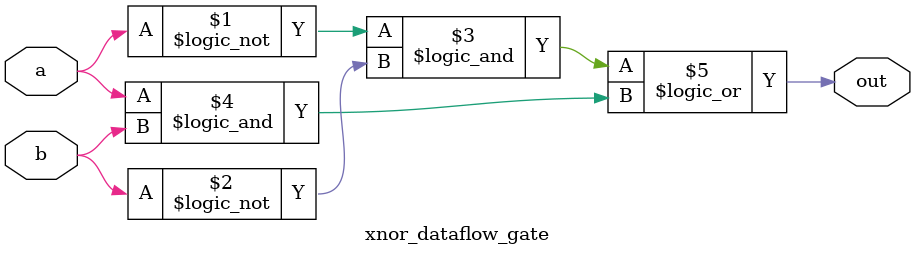
<source format=v>
module xnor_dataflow_gate (a, b, out); 
	
	input a, b;

	output out;

	assign out = (!a && !b) || (a && b);

endmodule
</source>
